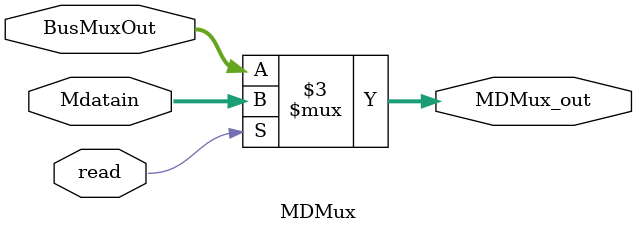
<source format=v>
module MDMux (
	input wire [31:0] BusMuxOut,
	input wire [31:0] Mdatain,
	input wire read,
	output reg [31:0] MDMux_out
	);

	always@(*)begin
		if (read) begin
			MDMux_out[31:0] <= Mdatain[31:0];
		end
		else begin
			MDMux_out[31:0] <= BusMuxOut[31:0];
		end
	end
endmodule

</source>
